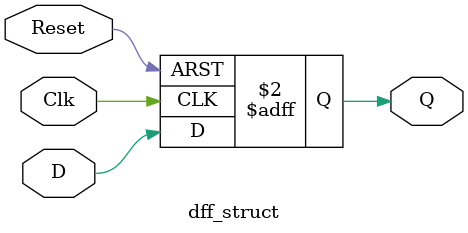
<source format=v>
/*
Assignment 5
Problem no: 2
Semester: 5th
Group: 28
Members: 
Aryan Singh (19CS30007)
Abhinandan De (19CS10069)
*/

`timescale 1ns/1ps // <time unit> / <time precision>

module dff_struct(D, Clk, Reset, Q);
	input D, Clk, Reset;
	output reg Q;
	
    // data transfer at positive edge
    always @(posedge Clk or posedge Reset)
        begin
            if(Reset)
                Q <= 1'b0;
            else
                Q <= D;
        end
endmodule
</source>
